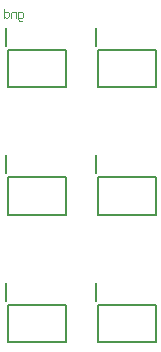
<source format=gbr>
G04 DipTrace 3.3.1.1*
G04 BottomSilk.gbr*
%MOIN*%
G04 #@! TF.FileFunction,Legend,Bot*
G04 #@! TF.Part,Single*
%ADD14C,0.007874*%
%ADD41C,0.003281*%
%FSLAX26Y26*%
G04*
G70*
G90*
G75*
G01*
G04 BotSilk*
%LPD*%
X116058Y1231656D2*
D14*
Y1105746D1*
X308941D1*
Y1231656D1*
X116058D1*
X110909Y1304583D2*
Y1245459D1*
X416058Y1231656D2*
Y1105746D1*
X608941D1*
Y1231656D1*
X416058D1*
X410909Y1304583D2*
Y1245459D1*
X116058Y806656D2*
Y680746D1*
X308941D1*
Y806656D1*
X116058D1*
X110909Y879583D2*
Y820459D1*
X416058Y806656D2*
Y680746D1*
X608941D1*
Y806656D1*
X416058D1*
X410909Y879583D2*
Y820459D1*
X116058Y381656D2*
Y255746D1*
X308941D1*
Y381656D1*
X116058D1*
X110909Y454583D2*
Y395459D1*
X416058Y381656D2*
Y255746D1*
X608941D1*
Y381656D1*
X416058D1*
X410909Y454583D2*
Y395459D1*
X150122Y1356979D2*
D41*
Y1333998D1*
X151548Y1329720D1*
X152974Y1328261D1*
X155859Y1326835D1*
X160170D1*
X163022Y1328261D1*
X150122Y1352668D2*
X152974Y1355520D1*
X155859Y1356979D1*
X160170D1*
X163022Y1355520D1*
X165907Y1352668D1*
X167333Y1348357D1*
Y1345472D1*
X165907Y1341194D1*
X163022Y1338309D1*
X160170Y1336883D1*
X155859D1*
X152974Y1338309D1*
X150122Y1341194D1*
X143560Y1358405D2*
Y1338309D1*
Y1352668D2*
X139249Y1356979D1*
X136364Y1358405D1*
X132086D1*
X129201Y1356979D1*
X127775Y1352668D1*
Y1338309D1*
X104003Y1368453D2*
Y1338309D1*
Y1354094D2*
X106855Y1356979D1*
X109740Y1358405D1*
X114051D1*
X116903Y1356979D1*
X119788Y1354094D1*
X121214Y1349783D1*
Y1346931D1*
X119788Y1342620D1*
X116903Y1339768D1*
X114051Y1338309D1*
X109740D1*
X106855Y1339768D1*
X104003Y1342620D1*
M02*

</source>
